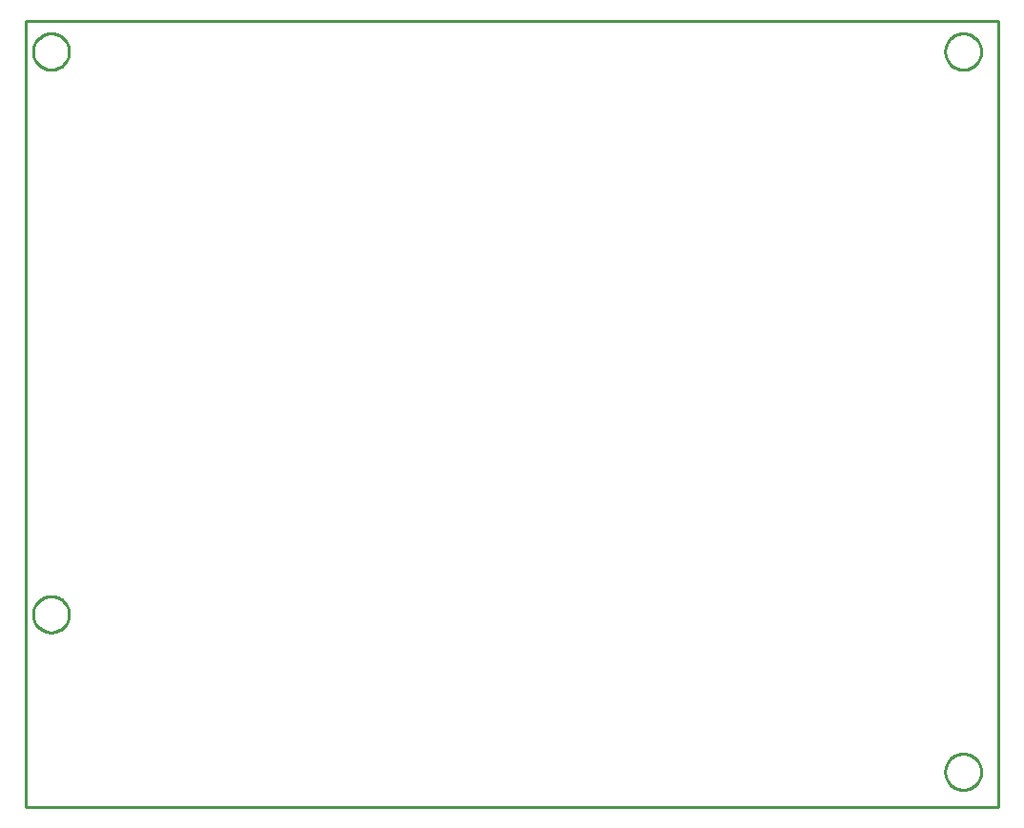
<source format=gbr>
G04 EAGLE Gerber X2 export*
%TF.Part,Single*%
%TF.FileFunction,Profile,NP*%
%TF.FilePolarity,Positive*%
%TF.GenerationSoftware,Autodesk,EAGLE,9.1.0*%
%TF.CreationDate,2018-11-01T15:44:49Z*%
G75*
%MOMM*%
%FSLAX34Y34*%
%LPD*%
%AMOC8*
5,1,8,0,0,1.08239X$1,22.5*%
G01*
%ADD10C,0.254000*%


D10*
X-152400Y88900D02*
X711200Y88900D01*
X711200Y787400D01*
X-152400Y787400D01*
X-152400Y88900D01*
X-114000Y759476D02*
X-114069Y758431D01*
X-114205Y757392D01*
X-114410Y756365D01*
X-114681Y755353D01*
X-115017Y754361D01*
X-115418Y753393D01*
X-115882Y752454D01*
X-116406Y751546D01*
X-116988Y750675D01*
X-117625Y749844D01*
X-118316Y749057D01*
X-119057Y748316D01*
X-119844Y747625D01*
X-120675Y746988D01*
X-121546Y746406D01*
X-122454Y745882D01*
X-123393Y745418D01*
X-124361Y745017D01*
X-125353Y744681D01*
X-126365Y744410D01*
X-127392Y744205D01*
X-128431Y744069D01*
X-129476Y744000D01*
X-130524Y744000D01*
X-131569Y744069D01*
X-132608Y744205D01*
X-133635Y744410D01*
X-134647Y744681D01*
X-135639Y745017D01*
X-136607Y745418D01*
X-137546Y745882D01*
X-138454Y746406D01*
X-139325Y746988D01*
X-140156Y747625D01*
X-140943Y748316D01*
X-141684Y749057D01*
X-142375Y749844D01*
X-143013Y750675D01*
X-143595Y751546D01*
X-144118Y752454D01*
X-144582Y753393D01*
X-144983Y754361D01*
X-145319Y755353D01*
X-145590Y756365D01*
X-145795Y757392D01*
X-145932Y758431D01*
X-146000Y759476D01*
X-146000Y760524D01*
X-145932Y761569D01*
X-145795Y762608D01*
X-145590Y763635D01*
X-145319Y764647D01*
X-144983Y765639D01*
X-144582Y766607D01*
X-144118Y767546D01*
X-143595Y768454D01*
X-143013Y769325D01*
X-142375Y770156D01*
X-141684Y770943D01*
X-140943Y771684D01*
X-140156Y772375D01*
X-139325Y773013D01*
X-138454Y773595D01*
X-137546Y774118D01*
X-136607Y774582D01*
X-135639Y774983D01*
X-134647Y775319D01*
X-133635Y775590D01*
X-132608Y775795D01*
X-131569Y775932D01*
X-130524Y776000D01*
X-129476Y776000D01*
X-128431Y775932D01*
X-127392Y775795D01*
X-126365Y775590D01*
X-125353Y775319D01*
X-124361Y774983D01*
X-123393Y774582D01*
X-122454Y774118D01*
X-121546Y773595D01*
X-120675Y773013D01*
X-119844Y772375D01*
X-119057Y771684D01*
X-118316Y770943D01*
X-117625Y770156D01*
X-116988Y769325D01*
X-116406Y768454D01*
X-115882Y767546D01*
X-115418Y766607D01*
X-115017Y765639D01*
X-114681Y764647D01*
X-114410Y763635D01*
X-114205Y762608D01*
X-114069Y761569D01*
X-114000Y760524D01*
X-114000Y759476D01*
X696000Y759476D02*
X695932Y758431D01*
X695795Y757392D01*
X695590Y756365D01*
X695319Y755353D01*
X694983Y754361D01*
X694582Y753393D01*
X694118Y752454D01*
X693595Y751546D01*
X693013Y750675D01*
X692375Y749844D01*
X691684Y749057D01*
X690943Y748316D01*
X690156Y747625D01*
X689325Y746988D01*
X688454Y746406D01*
X687546Y745882D01*
X686607Y745418D01*
X685639Y745017D01*
X684647Y744681D01*
X683635Y744410D01*
X682608Y744205D01*
X681569Y744069D01*
X680524Y744000D01*
X679476Y744000D01*
X678431Y744069D01*
X677392Y744205D01*
X676365Y744410D01*
X675353Y744681D01*
X674361Y745017D01*
X673393Y745418D01*
X672454Y745882D01*
X671546Y746406D01*
X670675Y746988D01*
X669844Y747625D01*
X669057Y748316D01*
X668316Y749057D01*
X667625Y749844D01*
X666988Y750675D01*
X666406Y751546D01*
X665882Y752454D01*
X665418Y753393D01*
X665017Y754361D01*
X664681Y755353D01*
X664410Y756365D01*
X664205Y757392D01*
X664069Y758431D01*
X664000Y759476D01*
X664000Y760524D01*
X664069Y761569D01*
X664205Y762608D01*
X664410Y763635D01*
X664681Y764647D01*
X665017Y765639D01*
X665418Y766607D01*
X665882Y767546D01*
X666406Y768454D01*
X666988Y769325D01*
X667625Y770156D01*
X668316Y770943D01*
X669057Y771684D01*
X669844Y772375D01*
X670675Y773013D01*
X671546Y773595D01*
X672454Y774118D01*
X673393Y774582D01*
X674361Y774983D01*
X675353Y775319D01*
X676365Y775590D01*
X677392Y775795D01*
X678431Y775932D01*
X679476Y776000D01*
X680524Y776000D01*
X681569Y775932D01*
X682608Y775795D01*
X683635Y775590D01*
X684647Y775319D01*
X685639Y774983D01*
X686607Y774582D01*
X687546Y774118D01*
X688454Y773595D01*
X689325Y773013D01*
X690156Y772375D01*
X690943Y771684D01*
X691684Y770943D01*
X692375Y770156D01*
X693013Y769325D01*
X693595Y768454D01*
X694118Y767546D01*
X694582Y766607D01*
X694983Y765639D01*
X695319Y764647D01*
X695590Y763635D01*
X695795Y762608D01*
X695932Y761569D01*
X696000Y760524D01*
X696000Y759476D01*
X696000Y119476D02*
X695932Y118431D01*
X695795Y117392D01*
X695590Y116365D01*
X695319Y115353D01*
X694983Y114361D01*
X694582Y113393D01*
X694118Y112454D01*
X693595Y111546D01*
X693013Y110675D01*
X692375Y109844D01*
X691684Y109057D01*
X690943Y108316D01*
X690156Y107625D01*
X689325Y106988D01*
X688454Y106406D01*
X687546Y105882D01*
X686607Y105418D01*
X685639Y105017D01*
X684647Y104681D01*
X683635Y104410D01*
X682608Y104205D01*
X681569Y104069D01*
X680524Y104000D01*
X679476Y104000D01*
X678431Y104069D01*
X677392Y104205D01*
X676365Y104410D01*
X675353Y104681D01*
X674361Y105017D01*
X673393Y105418D01*
X672454Y105882D01*
X671546Y106406D01*
X670675Y106988D01*
X669844Y107625D01*
X669057Y108316D01*
X668316Y109057D01*
X667625Y109844D01*
X666988Y110675D01*
X666406Y111546D01*
X665882Y112454D01*
X665418Y113393D01*
X665017Y114361D01*
X664681Y115353D01*
X664410Y116365D01*
X664205Y117392D01*
X664069Y118431D01*
X664000Y119476D01*
X664000Y120524D01*
X664069Y121569D01*
X664205Y122608D01*
X664410Y123635D01*
X664681Y124647D01*
X665017Y125639D01*
X665418Y126607D01*
X665882Y127546D01*
X666406Y128454D01*
X666988Y129325D01*
X667625Y130156D01*
X668316Y130943D01*
X669057Y131684D01*
X669844Y132375D01*
X670675Y133013D01*
X671546Y133595D01*
X672454Y134118D01*
X673393Y134582D01*
X674361Y134983D01*
X675353Y135319D01*
X676365Y135590D01*
X677392Y135795D01*
X678431Y135932D01*
X679476Y136000D01*
X680524Y136000D01*
X681569Y135932D01*
X682608Y135795D01*
X683635Y135590D01*
X684647Y135319D01*
X685639Y134983D01*
X686607Y134582D01*
X687546Y134118D01*
X688454Y133595D01*
X689325Y133013D01*
X690156Y132375D01*
X690943Y131684D01*
X691684Y130943D01*
X692375Y130156D01*
X693013Y129325D01*
X693595Y128454D01*
X694118Y127546D01*
X694582Y126607D01*
X694983Y125639D01*
X695319Y124647D01*
X695590Y123635D01*
X695795Y122608D01*
X695932Y121569D01*
X696000Y120524D01*
X696000Y119476D01*
X-114000Y259476D02*
X-114069Y258431D01*
X-114205Y257392D01*
X-114410Y256365D01*
X-114681Y255353D01*
X-115017Y254361D01*
X-115418Y253393D01*
X-115882Y252454D01*
X-116406Y251546D01*
X-116988Y250675D01*
X-117625Y249844D01*
X-118316Y249057D01*
X-119057Y248316D01*
X-119844Y247625D01*
X-120675Y246988D01*
X-121546Y246406D01*
X-122454Y245882D01*
X-123393Y245418D01*
X-124361Y245017D01*
X-125353Y244681D01*
X-126365Y244410D01*
X-127392Y244205D01*
X-128431Y244069D01*
X-129476Y244000D01*
X-130524Y244000D01*
X-131569Y244069D01*
X-132608Y244205D01*
X-133635Y244410D01*
X-134647Y244681D01*
X-135639Y245017D01*
X-136607Y245418D01*
X-137546Y245882D01*
X-138454Y246406D01*
X-139325Y246988D01*
X-140156Y247625D01*
X-140943Y248316D01*
X-141684Y249057D01*
X-142375Y249844D01*
X-143013Y250675D01*
X-143595Y251546D01*
X-144118Y252454D01*
X-144582Y253393D01*
X-144983Y254361D01*
X-145319Y255353D01*
X-145590Y256365D01*
X-145795Y257392D01*
X-145932Y258431D01*
X-146000Y259476D01*
X-146000Y260524D01*
X-145932Y261569D01*
X-145795Y262608D01*
X-145590Y263635D01*
X-145319Y264647D01*
X-144983Y265639D01*
X-144582Y266607D01*
X-144118Y267546D01*
X-143595Y268454D01*
X-143013Y269325D01*
X-142375Y270156D01*
X-141684Y270943D01*
X-140943Y271684D01*
X-140156Y272375D01*
X-139325Y273013D01*
X-138454Y273595D01*
X-137546Y274118D01*
X-136607Y274582D01*
X-135639Y274983D01*
X-134647Y275319D01*
X-133635Y275590D01*
X-132608Y275795D01*
X-131569Y275932D01*
X-130524Y276000D01*
X-129476Y276000D01*
X-128431Y275932D01*
X-127392Y275795D01*
X-126365Y275590D01*
X-125353Y275319D01*
X-124361Y274983D01*
X-123393Y274582D01*
X-122454Y274118D01*
X-121546Y273595D01*
X-120675Y273013D01*
X-119844Y272375D01*
X-119057Y271684D01*
X-118316Y270943D01*
X-117625Y270156D01*
X-116988Y269325D01*
X-116406Y268454D01*
X-115882Y267546D01*
X-115418Y266607D01*
X-115017Y265639D01*
X-114681Y264647D01*
X-114410Y263635D01*
X-114205Y262608D01*
X-114069Y261569D01*
X-114000Y260524D01*
X-114000Y259476D01*
M02*

</source>
